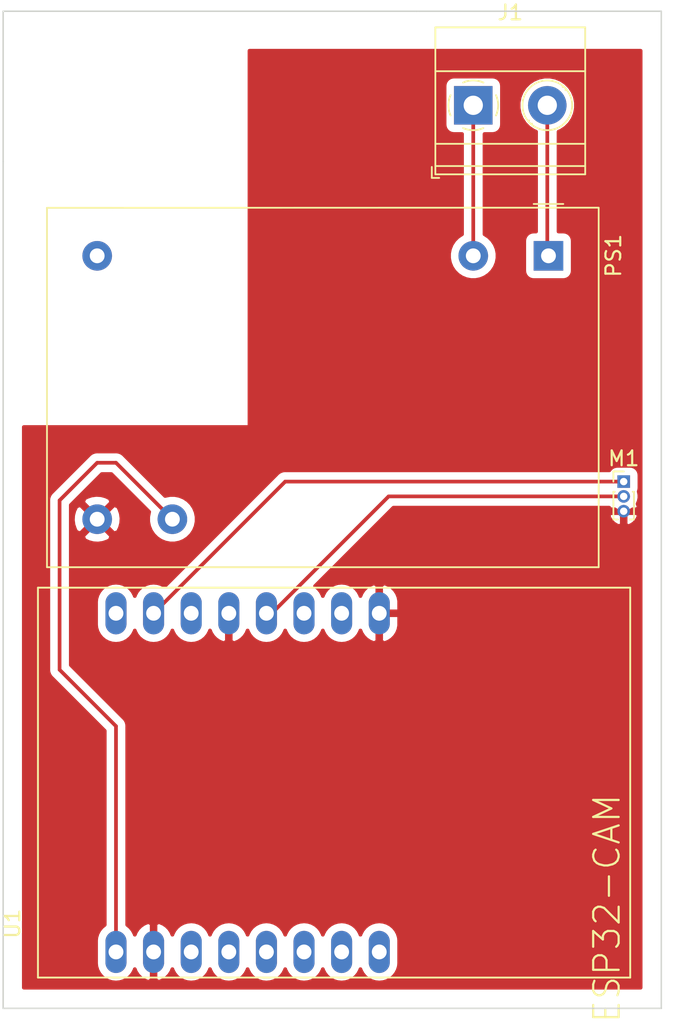
<source format=kicad_pcb>
(kicad_pcb (version 20171130) (host pcbnew "(5.1.10)-1")

  (general
    (thickness 1.6)
    (drawings 6)
    (tracks 14)
    (zones 0)
    (modules 4)
    (nets 18)
  )

  (page User 216.002 140.005)
  (layers
    (0 F.Cu signal)
    (31 B.Cu signal)
    (32 B.Adhes user)
    (33 F.Adhes user)
    (34 B.Paste user)
    (35 F.Paste user)
    (36 B.SilkS user)
    (37 F.SilkS user)
    (38 B.Mask user)
    (39 F.Mask user)
    (40 Dwgs.User user)
    (41 Cmts.User user)
    (42 Eco1.User user)
    (43 Eco2.User user)
    (44 Edge.Cuts user)
    (45 Margin user)
    (46 B.CrtYd user)
    (47 F.CrtYd user)
    (48 B.Fab user)
    (49 F.Fab user)
  )

  (setup
    (last_trace_width 0.25)
    (trace_clearance 0.2)
    (zone_clearance 0.508)
    (zone_45_only no)
    (trace_min 0.2)
    (via_size 0.8)
    (via_drill 0.4)
    (via_min_size 0.4)
    (via_min_drill 0.3)
    (uvia_size 0.3)
    (uvia_drill 0.1)
    (uvias_allowed no)
    (uvia_min_size 0.2)
    (uvia_min_drill 0.1)
    (edge_width 0.05)
    (segment_width 0.2)
    (pcb_text_width 0.3)
    (pcb_text_size 1.5 1.5)
    (mod_edge_width 0.12)
    (mod_text_size 1 1)
    (mod_text_width 0.15)
    (pad_size 1.524 1.524)
    (pad_drill 0.762)
    (pad_to_mask_clearance 0)
    (aux_axis_origin 0 0)
    (visible_elements 7FFFFFFF)
    (pcbplotparams
      (layerselection 0x010fc_ffffffff)
      (usegerberextensions false)
      (usegerberattributes true)
      (usegerberadvancedattributes true)
      (creategerberjobfile true)
      (excludeedgelayer true)
      (linewidth 0.100000)
      (plotframeref false)
      (viasonmask false)
      (mode 1)
      (useauxorigin false)
      (hpglpennumber 1)
      (hpglpenspeed 20)
      (hpglpendiameter 15.000000)
      (psnegative false)
      (psa4output false)
      (plotreference true)
      (plotvalue true)
      (plotinvisibletext false)
      (padsonsilk false)
      (subtractmaskfromsilk false)
      (outputformat 1)
      (mirror false)
      (drillshape 1)
      (scaleselection 1)
      (outputdirectory ""))
  )

  (net 0 "")
  (net 1 "Net-(J1-Pad2)")
  (net 2 "Net-(J1-Pad1)")
  (net 3 "Net-(M1-Pad2)")
  (net 4 "Net-(M1-Pad1)")
  (net 5 "Net-(PS1-Pad3)")
  (net 6 GND)
  (net 7 "Net-(U1-PadP$16)")
  (net 8 "Net-(U1-PadP$14)")
  (net 9 "Net-(U1-PadP$11)")
  (net 10 "Net-(U1-PadP$10)")
  (net 11 "Net-(U1-PadP$8)")
  (net 12 "Net-(U1-PadP$7)")
  (net 13 "Net-(U1-PadP$6)")
  (net 14 "Net-(U1-PadP$5)")
  (net 15 "Net-(U1-PadP$4)")
  (net 16 "Net-(PS1-Pad5)")
  (net 17 "Net-(U1-PadP$3)")

  (net_class Default "This is the default net class."
    (clearance 0.2)
    (trace_width 0.25)
    (via_dia 0.8)
    (via_drill 0.4)
    (uvia_dia 0.3)
    (uvia_drill 0.1)
    (add_net GND)
    (add_net "Net-(J1-Pad1)")
    (add_net "Net-(J1-Pad2)")
    (add_net "Net-(M1-Pad1)")
    (add_net "Net-(M1-Pad2)")
    (add_net "Net-(PS1-Pad3)")
    (add_net "Net-(PS1-Pad5)")
    (add_net "Net-(U1-PadP$10)")
    (add_net "Net-(U1-PadP$11)")
    (add_net "Net-(U1-PadP$14)")
    (add_net "Net-(U1-PadP$16)")
    (add_net "Net-(U1-PadP$3)")
    (add_net "Net-(U1-PadP$4)")
    (add_net "Net-(U1-PadP$5)")
    (add_net "Net-(U1-PadP$6)")
    (add_net "Net-(U1-PadP$7)")
    (add_net "Net-(U1-PadP$8)")
  )

  (module "ESP32-CAM lib:ESP32-CAM" (layer F.Cu) (tedit 62459733) (tstamp 62465587)
    (at 100.33 77.47 90)
    (path /624686A7)
    (fp_text reference U1 (at -9.525 -17.145 90) (layer F.SilkS)
      (effects (font (size 1 1) (thickness 0.15)))
    )
    (fp_text value ESP32-CAM (at 0 0 90) (layer F.Fab)
      (effects (font (size 0.787402 0.787402) (thickness 0.15)))
    )
    (fp_line (start 13.16 24.57) (end -13.16 24.57) (layer F.SilkS) (width 0.127))
    (fp_line (start 13.16 -15.43) (end 13.16 24.57) (layer F.SilkS) (width 0.127))
    (fp_line (start -13.16 -15.43) (end 13.16 -15.43) (layer F.SilkS) (width 0.127))
    (fp_line (start -13.16 24.57) (end -13.16 -15.43) (layer F.SilkS) (width 0.127))
    (fp_text user ESP32-CAM (at -8.5 23 90) (layer F.SilkS)
      (effects (font (size 1.72 1.72) (thickness 0.15)))
    )
    (pad P$16 thru_hole oval (at 11.43 -10.16 90) (size 2.8448 1.4224) (drill 1) (layers *.Cu *.Mask)
      (net 7 "Net-(U1-PadP$16)"))
    (pad P$15 thru_hole oval (at 11.43 -7.62 90) (size 2.8448 1.4224) (drill 1) (layers *.Cu *.Mask)
      (net 4 "Net-(M1-Pad1)"))
    (pad P$14 thru_hole oval (at 11.43 -5.08 90) (size 2.8448 1.4224) (drill 1) (layers *.Cu *.Mask)
      (net 8 "Net-(U1-PadP$14)"))
    (pad P$13 thru_hole oval (at 11.43 -2.54 90) (size 2.8448 1.4224) (drill 1) (layers *.Cu *.Mask)
      (net 6 GND))
    (pad P$12 thru_hole oval (at 11.43 0 90) (size 2.8448 1.4224) (drill 1) (layers *.Cu *.Mask)
      (net 3 "Net-(M1-Pad2)"))
    (pad P$11 thru_hole oval (at 11.43 2.54 90) (size 2.8448 1.4224) (drill 1) (layers *.Cu *.Mask)
      (net 9 "Net-(U1-PadP$11)"))
    (pad P$10 thru_hole oval (at 11.43 5.08 90) (size 2.8448 1.4224) (drill 1) (layers *.Cu *.Mask)
      (net 10 "Net-(U1-PadP$10)"))
    (pad P$9 thru_hole oval (at 11.43 7.62 90) (size 2.8448 1.4224) (drill 1) (layers *.Cu *.Mask)
      (net 6 GND))
    (pad P$8 thru_hole oval (at -11.43 7.62 90) (size 2.8448 1.4224) (drill 1) (layers *.Cu *.Mask)
      (net 11 "Net-(U1-PadP$8)"))
    (pad P$7 thru_hole oval (at -11.43 5.08 90) (size 2.8448 1.4224) (drill 1) (layers *.Cu *.Mask)
      (net 12 "Net-(U1-PadP$7)"))
    (pad P$6 thru_hole oval (at -11.43 2.54 90) (size 2.8448 1.4224) (drill 1) (layers *.Cu *.Mask)
      (net 13 "Net-(U1-PadP$6)"))
    (pad P$5 thru_hole oval (at -11.43 0 90) (size 2.8448 1.4224) (drill 1) (layers *.Cu *.Mask)
      (net 14 "Net-(U1-PadP$5)"))
    (pad P$4 thru_hole oval (at -11.43 -2.54 90) (size 2.8448 1.4224) (drill 1) (layers *.Cu *.Mask)
      (net 15 "Net-(U1-PadP$4)"))
    (pad P$3 thru_hole oval (at -11.43 -5.08 90) (size 2.8448 1.4224) (drill 1) (layers *.Cu *.Mask)
      (net 17 "Net-(U1-PadP$3)"))
    (pad P$2 thru_hole oval (at -11.43 -7.62 90) (size 2.8448 1.4224) (drill 1) (layers *.Cu *.Mask)
      (net 6 GND))
    (pad P$1 thru_hole oval (at -11.43 -10.16 90) (size 2.8448 1.4224) (drill 1) (layers *.Cu *.Mask)
      (net 16 "Net-(PS1-Pad5)"))
  )

  (module Converter_ACDC:Converter_ACDC_RECOM_RAC04-xxSGx_THT (layer F.Cu) (tedit 5BA95E5A) (tstamp 6245D649)
    (at 119.38 41.91 270)
    (descr https://www.recom-power.com/pdf/Powerline-AC-DC/RAC04-GA.pdf)
    (tags "recom power ac dc")
    (path /62462064)
    (fp_text reference PS1 (at -0.01 -4.39 270) (layer F.SilkS)
      (effects (font (size 1 1) (thickness 0.15)))
    )
    (fp_text value RAC04-05SGB (at 15 15 180) (layer F.Fab)
      (effects (font (size 1 1) (thickness 0.15)))
    )
    (fp_line (start -3.11 -1) (end -3.11 -3.26) (layer F.Fab) (width 0.1))
    (fp_line (start -3.11 -1) (end -2.11 0) (layer F.Fab) (width 0.1))
    (fp_line (start -3.11 1) (end -2.11 0) (layer F.Fab) (width 0.1))
    (fp_line (start -3.5 1) (end -3.5 -1) (layer F.SilkS) (width 0.12))
    (fp_line (start 5.08 29.21) (end 1.27 25.4) (layer Dwgs.User) (width 0.05))
    (fp_line (start 5.08 31.75) (end -1.27 25.4) (layer Dwgs.User) (width 0.05))
    (fp_line (start 5.08 33.02) (end -2.54 25.4) (layer Dwgs.User) (width 0.05))
    (fp_line (start 5.08 27.94) (end 2.54 25.4) (layer Dwgs.User) (width 0.05))
    (fp_line (start 5.08 26.67) (end 3.81 25.4) (layer Dwgs.User) (width 0.05))
    (fp_line (start 5.08 30.48) (end 0 25.4) (layer Dwgs.User) (width 0.05))
    (fp_line (start 5.08 34.29) (end -3.81 25.4) (layer Dwgs.User) (width 0.05))
    (fp_line (start -5.08 31.75) (end -1.27 35.56) (layer Dwgs.User) (width 0.05))
    (fp_line (start -5.08 29.21) (end 1.27 35.56) (layer Dwgs.User) (width 0.05))
    (fp_line (start -5.08 26.67) (end 3.81 35.56) (layer Dwgs.User) (width 0.05))
    (fp_line (start -5.08 25.4) (end 5.08 35.56) (layer Dwgs.User) (width 0.05))
    (fp_line (start -5.08 27.94) (end 2.54 35.56) (layer Dwgs.User) (width 0.05))
    (fp_line (start -5.08 30.48) (end 0 35.56) (layer Dwgs.User) (width 0.05))
    (fp_line (start -5.08 33.02) (end -2.54 35.56) (layer Dwgs.User) (width 0.05))
    (fp_line (start -5.08 34.29) (end -3.81 35.56) (layer Dwgs.User) (width 0.05))
    (fp_line (start -5.08 25.4) (end 5.08 25.4) (layer Dwgs.User) (width 0.05))
    (fp_line (start -5.08 35.56) (end -5.08 25.4) (layer Dwgs.User) (width 0.05))
    (fp_line (start 5.08 35.56) (end -5.08 35.56) (layer Dwgs.User) (width 0.05))
    (fp_line (start 5.08 25.4) (end 5.08 35.56) (layer Dwgs.User) (width 0.05))
    (fp_line (start -3.11 33.74) (end -3.11 1) (layer F.Fab) (width 0.1))
    (fp_line (start -3.11 33.74) (end 20.89 33.74) (layer F.Fab) (width 0.1))
    (fp_line (start -3.11 -3.26) (end 20.89 -3.26) (layer F.Fab) (width 0.1))
    (fp_line (start 20.89 -3.26) (end 20.89 33.74) (layer F.Fab) (width 0.1))
    (fp_line (start -3.36 -3.51) (end -3.36 33.99) (layer F.CrtYd) (width 0.05))
    (fp_line (start -3.36 -3.51) (end 21.14 -3.51) (layer F.CrtYd) (width 0.05))
    (fp_line (start 21.14 -3.51) (end 21.14 33.99) (layer F.CrtYd) (width 0.05))
    (fp_line (start 21.14 33.99) (end -3.36 33.99) (layer F.CrtYd) (width 0.05))
    (fp_line (start -3.24 33.87) (end 21.02 33.87) (layer F.SilkS) (width 0.12))
    (fp_line (start 21.02 -3.39) (end 21.02 33.87) (layer F.SilkS) (width 0.12))
    (fp_line (start -3.24 -3.39) (end 21.02 -3.39) (layer F.SilkS) (width 0.12))
    (fp_line (start -3.24 33.87) (end -3.25 -3.39) (layer F.SilkS) (width 0.12))
    (fp_text user "KEEP-OUT ZONE" (at -4.26 30.48) (layer Cmts.User)
      (effects (font (size 0.75 0.75) (thickness 0.15)))
    )
    (fp_text user %R (at 9 15) (layer F.Fab)
      (effects (font (size 2 2) (thickness 0.2)))
    )
    (pad 5 thru_hole circle (at 17.78 25.4) (size 2 2) (drill 1) (layers *.Cu *.Mask)
      (net 16 "Net-(PS1-Pad5)"))
    (pad 3 thru_hole circle (at 0 30.48 90) (size 2 2) (drill 1) (layers *.Cu *.Mask)
      (net 5 "Net-(PS1-Pad3)"))
    (pad 4 thru_hole circle (at 17.78 30.48) (size 2 2) (drill 1) (layers *.Cu *.Mask)
      (net 6 GND))
    (pad 2 thru_hole circle (at 0 5.08) (size 2 2) (drill 1) (layers *.Cu *.Mask)
      (net 2 "Net-(J1-Pad1)"))
    (pad 1 thru_hole rect (at 0 0) (size 2 2) (drill 1) (layers *.Cu *.Mask)
      (net 1 "Net-(J1-Pad2)"))
    (model ${KISYS3DMOD}/Converter_ACDC.3dshapes/Converter_ACDC_RECOM_RAC04-xxSGx_THT.wrl
      (at (xyz 0 0 0))
      (scale (xyz 1 1 1))
      (rotate (xyz 0 0 0))
    )
  )

  (module Connector_PinHeader_1.00mm:PinHeader_1x03_P1.00mm_Vertical (layer F.Cu) (tedit 59FED738) (tstamp 62465558)
    (at 124.46 57.15)
    (descr "Through hole straight pin header, 1x03, 1.00mm pitch, single row")
    (tags "Through hole pin header THT 1x03 1.00mm single row")
    (path /6245E282)
    (fp_text reference M1 (at 0 -1.56) (layer F.SilkS)
      (effects (font (size 1 1) (thickness 0.15)))
    )
    (fp_text value Motor_Servo (at 0 3.56) (layer F.Fab)
      (effects (font (size 1 1) (thickness 0.15)))
    )
    (fp_line (start 1.15 -1) (end -1.15 -1) (layer F.CrtYd) (width 0.05))
    (fp_line (start 1.15 3) (end 1.15 -1) (layer F.CrtYd) (width 0.05))
    (fp_line (start -1.15 3) (end 1.15 3) (layer F.CrtYd) (width 0.05))
    (fp_line (start -1.15 -1) (end -1.15 3) (layer F.CrtYd) (width 0.05))
    (fp_line (start -0.695 -0.685) (end 0 -0.685) (layer F.SilkS) (width 0.12))
    (fp_line (start -0.695 0) (end -0.695 -0.685) (layer F.SilkS) (width 0.12))
    (fp_line (start 0.608276 0.685) (end 0.695 0.685) (layer F.SilkS) (width 0.12))
    (fp_line (start -0.695 0.685) (end -0.608276 0.685) (layer F.SilkS) (width 0.12))
    (fp_line (start 0.695 0.685) (end 0.695 2.56) (layer F.SilkS) (width 0.12))
    (fp_line (start -0.695 0.685) (end -0.695 2.56) (layer F.SilkS) (width 0.12))
    (fp_line (start 0.394493 2.56) (end 0.695 2.56) (layer F.SilkS) (width 0.12))
    (fp_line (start -0.695 2.56) (end -0.394493 2.56) (layer F.SilkS) (width 0.12))
    (fp_line (start -0.635 -0.1825) (end -0.3175 -0.5) (layer F.Fab) (width 0.1))
    (fp_line (start -0.635 2.5) (end -0.635 -0.1825) (layer F.Fab) (width 0.1))
    (fp_line (start 0.635 2.5) (end -0.635 2.5) (layer F.Fab) (width 0.1))
    (fp_line (start 0.635 -0.5) (end 0.635 2.5) (layer F.Fab) (width 0.1))
    (fp_line (start -0.3175 -0.5) (end 0.635 -0.5) (layer F.Fab) (width 0.1))
    (fp_text user %R (at -1.27 3.81 90) (layer F.Fab)
      (effects (font (size 0.76 0.76) (thickness 0.114)))
    )
    (pad 3 thru_hole oval (at 0 2) (size 0.85 0.85) (drill 0.5) (layers *.Cu *.Mask)
      (net 6 GND))
    (pad 2 thru_hole oval (at 0 1) (size 0.85 0.85) (drill 0.5) (layers *.Cu *.Mask)
      (net 3 "Net-(M1-Pad2)"))
    (pad 1 thru_hole rect (at 0 0) (size 0.85 0.85) (drill 0.5) (layers *.Cu *.Mask)
      (net 4 "Net-(M1-Pad1)"))
    (model ${KISYS3DMOD}/Connector_PinHeader_1.00mm.3dshapes/PinHeader_1x03_P1.00mm_Vertical.wrl
      (at (xyz 0 0 0))
      (scale (xyz 1 1 1))
      (rotate (xyz 0 0 0))
    )
  )

  (module TerminalBlock_Phoenix:TerminalBlock_Phoenix_MKDS-1,5-2_1x02_P5.00mm_Horizontal (layer F.Cu) (tedit 5B294EE5) (tstamp 6246553F)
    (at 114.3 31.75)
    (descr "Terminal Block Phoenix MKDS-1,5-2, 2 pins, pitch 5mm, size 10x9.8mm^2, drill diamater 1.3mm, pad diameter 2.6mm, see http://www.farnell.com/datasheets/100425.pdf, script-generated using https://github.com/pointhi/kicad-footprint-generator/scripts/TerminalBlock_Phoenix")
    (tags "THT Terminal Block Phoenix MKDS-1,5-2 pitch 5mm size 10x9.8mm^2 drill 1.3mm pad 2.6mm")
    (path /6246DA2A)
    (fp_text reference J1 (at 2.5 -6.26) (layer F.SilkS)
      (effects (font (size 1 1) (thickness 0.15)))
    )
    (fp_text value Screw_Terminal_01x02 (at 2.5 5.66) (layer F.Fab)
      (effects (font (size 1 1) (thickness 0.15)))
    )
    (fp_line (start 8 -5.71) (end -3 -5.71) (layer F.CrtYd) (width 0.05))
    (fp_line (start 8 5.1) (end 8 -5.71) (layer F.CrtYd) (width 0.05))
    (fp_line (start -3 5.1) (end 8 5.1) (layer F.CrtYd) (width 0.05))
    (fp_line (start -3 -5.71) (end -3 5.1) (layer F.CrtYd) (width 0.05))
    (fp_line (start -2.8 4.9) (end -2.3 4.9) (layer F.SilkS) (width 0.12))
    (fp_line (start -2.8 4.16) (end -2.8 4.9) (layer F.SilkS) (width 0.12))
    (fp_line (start 3.773 1.023) (end 3.726 1.069) (layer F.SilkS) (width 0.12))
    (fp_line (start 6.07 -1.275) (end 6.035 -1.239) (layer F.SilkS) (width 0.12))
    (fp_line (start 3.966 1.239) (end 3.931 1.274) (layer F.SilkS) (width 0.12))
    (fp_line (start 6.275 -1.069) (end 6.228 -1.023) (layer F.SilkS) (width 0.12))
    (fp_line (start 5.955 -1.138) (end 3.863 0.955) (layer F.Fab) (width 0.1))
    (fp_line (start 6.138 -0.955) (end 4.046 1.138) (layer F.Fab) (width 0.1))
    (fp_line (start 0.955 -1.138) (end -1.138 0.955) (layer F.Fab) (width 0.1))
    (fp_line (start 1.138 -0.955) (end -0.955 1.138) (layer F.Fab) (width 0.1))
    (fp_line (start 7.56 -5.261) (end 7.56 4.66) (layer F.SilkS) (width 0.12))
    (fp_line (start -2.56 -5.261) (end -2.56 4.66) (layer F.SilkS) (width 0.12))
    (fp_line (start -2.56 4.66) (end 7.56 4.66) (layer F.SilkS) (width 0.12))
    (fp_line (start -2.56 -5.261) (end 7.56 -5.261) (layer F.SilkS) (width 0.12))
    (fp_line (start -2.56 -2.301) (end 7.56 -2.301) (layer F.SilkS) (width 0.12))
    (fp_line (start -2.5 -2.3) (end 7.5 -2.3) (layer F.Fab) (width 0.1))
    (fp_line (start -2.56 2.6) (end 7.56 2.6) (layer F.SilkS) (width 0.12))
    (fp_line (start -2.5 2.6) (end 7.5 2.6) (layer F.Fab) (width 0.1))
    (fp_line (start -2.56 4.1) (end 7.56 4.1) (layer F.SilkS) (width 0.12))
    (fp_line (start -2.5 4.1) (end 7.5 4.1) (layer F.Fab) (width 0.1))
    (fp_line (start -2.5 4.1) (end -2.5 -5.2) (layer F.Fab) (width 0.1))
    (fp_line (start -2 4.6) (end -2.5 4.1) (layer F.Fab) (width 0.1))
    (fp_line (start 7.5 4.6) (end -2 4.6) (layer F.Fab) (width 0.1))
    (fp_line (start 7.5 -5.2) (end 7.5 4.6) (layer F.Fab) (width 0.1))
    (fp_line (start -2.5 -5.2) (end 7.5 -5.2) (layer F.Fab) (width 0.1))
    (fp_circle (center 5 0) (end 6.68 0) (layer F.SilkS) (width 0.12))
    (fp_circle (center 5 0) (end 6.5 0) (layer F.Fab) (width 0.1))
    (fp_circle (center 0 0) (end 1.5 0) (layer F.Fab) (width 0.1))
    (fp_text user %R (at 2.5 3.2) (layer F.Fab)
      (effects (font (size 1 1) (thickness 0.15)))
    )
    (fp_arc (start 0 0) (end -0.684 1.535) (angle -25) (layer F.SilkS) (width 0.12))
    (fp_arc (start 0 0) (end -1.535 -0.684) (angle -48) (layer F.SilkS) (width 0.12))
    (fp_arc (start 0 0) (end 0.684 -1.535) (angle -48) (layer F.SilkS) (width 0.12))
    (fp_arc (start 0 0) (end 1.535 0.684) (angle -48) (layer F.SilkS) (width 0.12))
    (fp_arc (start 0 0) (end 0 1.68) (angle -24) (layer F.SilkS) (width 0.12))
    (pad 2 thru_hole circle (at 5 0) (size 2.6 2.6) (drill 1.3) (layers *.Cu *.Mask)
      (net 1 "Net-(J1-Pad2)"))
    (pad 1 thru_hole rect (at 0 0) (size 2.6 2.6) (drill 1.3) (layers *.Cu *.Mask)
      (net 2 "Net-(J1-Pad1)"))
    (model ${KISYS3DMOD}/TerminalBlock_Phoenix.3dshapes/TerminalBlock_Phoenix_MKDS-1,5-2_1x02_P5.00mm_Horizontal.wrl
      (at (xyz 0 0 0))
      (scale (xyz 1 1 1))
      (rotate (xyz 0 0 0))
    )
  )

  (gr_line (start 127 25.4) (end 127 92.71) (layer Edge.Cuts) (width 0.1))
  (gr_line (start 110.49 25.4) (end 127 25.4) (layer Edge.Cuts) (width 0.1))
  (gr_line (start 82.55 35.56) (end 82.55 25.4) (layer Edge.Cuts) (width 0.1))
  (gr_line (start 82.55 25.4) (end 110.49 25.4) (layer Edge.Cuts) (width 0.1))
  (gr_line (start 82.55 92.71) (end 82.55 35.56) (layer Edge.Cuts) (width 0.1))
  (gr_line (start 127 92.71) (end 82.55 92.71) (layer Edge.Cuts) (width 0.1))

  (segment (start 119.3 41.83) (end 119.38 41.91) (width 0.25) (layer F.Cu) (net 1))
  (segment (start 119.3 31.75) (end 119.3 41.83) (width 0.25) (layer F.Cu) (net 1))
  (segment (start 114.3 41.91) (end 114.3 31.75) (width 0.25) (layer F.Cu) (net 2))
  (segment (start 100.693378 66.04) (end 100.33 66.04) (width 0.25) (layer F.Cu) (net 3))
  (segment (start 108.583378 58.15) (end 100.693378 66.04) (width 0.25) (layer F.Cu) (net 3))
  (segment (start 124.46 58.15) (end 108.583378 58.15) (width 0.25) (layer F.Cu) (net 3))
  (segment (start 101.6 57.15) (end 92.71 66.04) (width 0.25) (layer F.Cu) (net 4))
  (segment (start 124.46 57.15) (end 101.6 57.15) (width 0.25) (layer F.Cu) (net 4))
  (segment (start 90.17 55.88) (end 93.98 59.69) (width 0.25) (layer F.Cu) (net 16))
  (segment (start 88.9 55.88) (end 90.17 55.88) (width 0.25) (layer F.Cu) (net 16))
  (segment (start 86.36 58.42) (end 88.9 55.88) (width 0.25) (layer F.Cu) (net 16))
  (segment (start 86.36 69.85) (end 86.36 58.42) (width 0.25) (layer F.Cu) (net 16))
  (segment (start 90.17 73.66) (end 86.36 69.85) (width 0.25) (layer F.Cu) (net 16))
  (segment (start 90.17 88.9) (end 90.17 73.66) (width 0.25) (layer F.Cu) (net 16))

  (zone (net 0) (net_name "") (layer F.Cu) (tstamp 0) (hatch edge 0.508)
    (connect_pads (clearance 0.508))
    (min_thickness 0.254)
    (keepout (tracks not_allowed) (vias not_allowed) (copperpour not_allowed))
    (fill (arc_segments 32) (thermal_gap 0.508) (thermal_bridge_width 0.508))
    (polygon
      (pts
        (xy 101.6 66.04) (xy 92.71 66.04) (xy 101.6 57.15) (xy 110.49 57.15)
      )
    )
  )
  (zone (net 6) (net_name GND) (layer F.Cu) (tstamp 0) (hatch edge 0.508)
    (connect_pads (clearance 0.508))
    (min_thickness 0.254)
    (fill yes (arc_segments 32) (thermal_gap 0.508) (thermal_bridge_width 0.508))
    (polygon
      (pts
        (xy 125.73 91.44) (xy 83.82 91.44) (xy 83.82 53.34) (xy 99.06 53.34) (xy 99.06 27.94)
        (xy 125.73 27.94)
      )
    )
    (filled_polygon
      (pts
        (xy 125.603 91.313) (xy 83.947 91.313) (xy 83.947 58.42) (xy 85.596324 58.42) (xy 85.600001 58.457332)
        (xy 85.6 69.812678) (xy 85.596324 69.85) (xy 85.6 69.887322) (xy 85.6 69.887332) (xy 85.610997 69.998985)
        (xy 85.654454 70.142246) (xy 85.725026 70.274276) (xy 85.764871 70.322826) (xy 85.819999 70.390001) (xy 85.849003 70.413804)
        (xy 89.410001 73.974803) (xy 89.41 87.071014) (xy 89.213487 87.232288) (xy 89.04526 87.437274) (xy 88.920256 87.67114)
        (xy 88.843279 87.9249) (xy 88.8238 88.122673) (xy 88.8238 89.677328) (xy 88.843279 89.875101) (xy 88.920257 90.128861)
        (xy 89.045261 90.362727) (xy 89.213488 90.567713) (xy 89.418474 90.73594) (xy 89.65234 90.860944) (xy 89.9061 90.937921)
        (xy 90.17 90.963913) (xy 90.433901 90.937921) (xy 90.687661 90.860944) (xy 90.921527 90.73594) (xy 91.126513 90.567713)
        (xy 91.29474 90.362727) (xy 91.419744 90.128861) (xy 91.440221 90.061356) (xy 91.514874 90.243701) (xy 91.661233 90.464705)
        (xy 91.847895 90.652909) (xy 92.067687 90.801081) (xy 92.312163 90.903527) (xy 92.374911 90.915029) (xy 92.583 90.791839)
        (xy 92.583 89.027) (xy 92.563 89.027) (xy 92.563 88.773) (xy 92.583 88.773) (xy 92.583 87.008161)
        (xy 92.837 87.008161) (xy 92.837 88.773) (xy 92.857 88.773) (xy 92.857 89.027) (xy 92.837 89.027)
        (xy 92.837 90.791839) (xy 93.045089 90.915029) (xy 93.107837 90.903527) (xy 93.352313 90.801081) (xy 93.572105 90.652909)
        (xy 93.758767 90.464705) (xy 93.905126 90.243701) (xy 93.979779 90.061356) (xy 94.000257 90.128861) (xy 94.125261 90.362727)
        (xy 94.293488 90.567713) (xy 94.498474 90.73594) (xy 94.73234 90.860944) (xy 94.9861 90.937921) (xy 95.25 90.963913)
        (xy 95.513901 90.937921) (xy 95.767661 90.860944) (xy 96.001527 90.73594) (xy 96.206513 90.567713) (xy 96.37474 90.362727)
        (xy 96.499744 90.128861) (xy 96.52 90.062084) (xy 96.540257 90.128861) (xy 96.665261 90.362727) (xy 96.833488 90.567713)
        (xy 97.038474 90.73594) (xy 97.27234 90.860944) (xy 97.5261 90.937921) (xy 97.79 90.963913) (xy 98.053901 90.937921)
        (xy 98.307661 90.860944) (xy 98.541527 90.73594) (xy 98.746513 90.567713) (xy 98.91474 90.362727) (xy 99.039744 90.128861)
        (xy 99.06 90.062084) (xy 99.080257 90.128861) (xy 99.205261 90.362727) (xy 99.373488 90.567713) (xy 99.578474 90.73594)
        (xy 99.81234 90.860944) (xy 100.0661 90.937921) (xy 100.33 90.963913) (xy 100.593901 90.937921) (xy 100.847661 90.860944)
        (xy 101.081527 90.73594) (xy 101.286513 90.567713) (xy 101.45474 90.362727) (xy 101.579744 90.128861) (xy 101.6 90.062084)
        (xy 101.620257 90.128861) (xy 101.745261 90.362727) (xy 101.913488 90.567713) (xy 102.118474 90.73594) (xy 102.35234 90.860944)
        (xy 102.6061 90.937921) (xy 102.87 90.963913) (xy 103.133901 90.937921) (xy 103.387661 90.860944) (xy 103.621527 90.73594)
        (xy 103.826513 90.567713) (xy 103.99474 90.362727) (xy 104.119744 90.128861) (xy 104.14 90.062084) (xy 104.160257 90.128861)
        (xy 104.285261 90.362727) (xy 104.453488 90.567713) (xy 104.658474 90.73594) (xy 104.89234 90.860944) (xy 105.1461 90.937921)
        (xy 105.41 90.963913) (xy 105.673901 90.937921) (xy 105.927661 90.860944) (xy 106.161527 90.73594) (xy 106.366513 90.567713)
        (xy 106.53474 90.362727) (xy 106.659744 90.128861) (xy 106.68 90.062084) (xy 106.700257 90.128861) (xy 106.825261 90.362727)
        (xy 106.993488 90.567713) (xy 107.198474 90.73594) (xy 107.43234 90.860944) (xy 107.6861 90.937921) (xy 107.95 90.963913)
        (xy 108.213901 90.937921) (xy 108.467661 90.860944) (xy 108.701527 90.73594) (xy 108.906513 90.567713) (xy 109.07474 90.362727)
        (xy 109.199744 90.128861) (xy 109.276721 89.875101) (xy 109.2962 89.677328) (xy 109.2962 88.122672) (xy 109.276721 87.924899)
        (xy 109.199744 87.671139) (xy 109.07474 87.437273) (xy 108.906512 87.232287) (xy 108.701526 87.06406) (xy 108.46766 86.939056)
        (xy 108.2139 86.862079) (xy 107.95 86.836087) (xy 107.686099 86.862079) (xy 107.432339 86.939056) (xy 107.198473 87.06406)
        (xy 106.993487 87.232288) (xy 106.82526 87.437274) (xy 106.700256 87.67114) (xy 106.68 87.737915) (xy 106.659744 87.671139)
        (xy 106.53474 87.437273) (xy 106.366512 87.232287) (xy 106.161526 87.06406) (xy 105.92766 86.939056) (xy 105.6739 86.862079)
        (xy 105.41 86.836087) (xy 105.146099 86.862079) (xy 104.892339 86.939056) (xy 104.658473 87.06406) (xy 104.453487 87.232288)
        (xy 104.28526 87.437274) (xy 104.160256 87.67114) (xy 104.14 87.737915) (xy 104.119744 87.671139) (xy 103.99474 87.437273)
        (xy 103.826512 87.232287) (xy 103.621526 87.06406) (xy 103.38766 86.939056) (xy 103.1339 86.862079) (xy 102.87 86.836087)
        (xy 102.606099 86.862079) (xy 102.352339 86.939056) (xy 102.118473 87.06406) (xy 101.913487 87.232288) (xy 101.74526 87.437274)
        (xy 101.620256 87.67114) (xy 101.6 87.737915) (xy 101.579744 87.671139) (xy 101.45474 87.437273) (xy 101.286512 87.232287)
        (xy 101.081526 87.06406) (xy 100.84766 86.939056) (xy 100.5939 86.862079) (xy 100.33 86.836087) (xy 100.066099 86.862079)
        (xy 99.812339 86.939056) (xy 99.578473 87.06406) (xy 99.373487 87.232288) (xy 99.20526 87.437274) (xy 99.080256 87.67114)
        (xy 99.06 87.737915) (xy 99.039744 87.671139) (xy 98.91474 87.437273) (xy 98.746512 87.232287) (xy 98.541526 87.06406)
        (xy 98.30766 86.939056) (xy 98.0539 86.862079) (xy 97.79 86.836087) (xy 97.526099 86.862079) (xy 97.272339 86.939056)
        (xy 97.038473 87.06406) (xy 96.833487 87.232288) (xy 96.66526 87.437274) (xy 96.540256 87.67114) (xy 96.52 87.737915)
        (xy 96.499744 87.671139) (xy 96.37474 87.437273) (xy 96.206512 87.232287) (xy 96.001526 87.06406) (xy 95.76766 86.939056)
        (xy 95.5139 86.862079) (xy 95.25 86.836087) (xy 94.986099 86.862079) (xy 94.732339 86.939056) (xy 94.498473 87.06406)
        (xy 94.293487 87.232288) (xy 94.12526 87.437274) (xy 94.000256 87.67114) (xy 93.979779 87.738644) (xy 93.905126 87.556299)
        (xy 93.758767 87.335295) (xy 93.572105 87.147091) (xy 93.352313 86.998919) (xy 93.107837 86.896473) (xy 93.045089 86.884971)
        (xy 92.837 87.008161) (xy 92.583 87.008161) (xy 92.374911 86.884971) (xy 92.312163 86.896473) (xy 92.067687 86.998919)
        (xy 91.847895 87.147091) (xy 91.661233 87.335295) (xy 91.514874 87.556299) (xy 91.440221 87.738644) (xy 91.419744 87.671139)
        (xy 91.29474 87.437273) (xy 91.126512 87.232287) (xy 90.93 87.071014) (xy 90.93 73.697325) (xy 90.933676 73.66)
        (xy 90.93 73.622675) (xy 90.93 73.622667) (xy 90.919003 73.511014) (xy 90.875546 73.367753) (xy 90.804974 73.235724)
        (xy 90.710001 73.119999) (xy 90.681003 73.096201) (xy 87.12 69.535199) (xy 87.12 65.262673) (xy 88.8238 65.262673)
        (xy 88.8238 66.817328) (xy 88.843279 67.015101) (xy 88.920257 67.268861) (xy 89.045261 67.502727) (xy 89.213488 67.707713)
        (xy 89.418474 67.87594) (xy 89.65234 68.000944) (xy 89.9061 68.077921) (xy 90.17 68.103913) (xy 90.433901 68.077921)
        (xy 90.687661 68.000944) (xy 90.921527 67.87594) (xy 91.126513 67.707713) (xy 91.29474 67.502727) (xy 91.419744 67.268861)
        (xy 91.44 67.202084) (xy 91.460257 67.268861) (xy 91.585261 67.502727) (xy 91.753488 67.707713) (xy 91.958474 67.87594)
        (xy 92.19234 68.000944) (xy 92.4461 68.077921) (xy 92.71 68.103913) (xy 92.973901 68.077921) (xy 93.227661 68.000944)
        (xy 93.461527 67.87594) (xy 93.666513 67.707713) (xy 93.83474 67.502727) (xy 93.959744 67.268861) (xy 93.98 67.202084)
        (xy 94.000257 67.268861) (xy 94.125261 67.502727) (xy 94.293488 67.707713) (xy 94.498474 67.87594) (xy 94.73234 68.000944)
        (xy 94.9861 68.077921) (xy 95.25 68.103913) (xy 95.513901 68.077921) (xy 95.767661 68.000944) (xy 96.001527 67.87594)
        (xy 96.206513 67.707713) (xy 96.37474 67.502727) (xy 96.499744 67.268861) (xy 96.520221 67.201356) (xy 96.594874 67.383701)
        (xy 96.741233 67.604705) (xy 96.927895 67.792909) (xy 97.147687 67.941081) (xy 97.392163 68.043527) (xy 97.454911 68.055029)
        (xy 97.663 67.931839) (xy 97.663 66.167) (xy 97.917 66.167) (xy 97.917 67.931839) (xy 98.125089 68.055029)
        (xy 98.187837 68.043527) (xy 98.432313 67.941081) (xy 98.652105 67.792909) (xy 98.838767 67.604705) (xy 98.985126 67.383701)
        (xy 99.059779 67.201356) (xy 99.080257 67.268861) (xy 99.205261 67.502727) (xy 99.373488 67.707713) (xy 99.578474 67.87594)
        (xy 99.81234 68.000944) (xy 100.0661 68.077921) (xy 100.33 68.103913) (xy 100.593901 68.077921) (xy 100.847661 68.000944)
        (xy 101.081527 67.87594) (xy 101.286513 67.707713) (xy 101.45474 67.502727) (xy 101.579744 67.268861) (xy 101.6 67.202084)
        (xy 101.620257 67.268861) (xy 101.745261 67.502727) (xy 101.913488 67.707713) (xy 102.118474 67.87594) (xy 102.35234 68.000944)
        (xy 102.6061 68.077921) (xy 102.87 68.103913) (xy 103.133901 68.077921) (xy 103.387661 68.000944) (xy 103.621527 67.87594)
        (xy 103.826513 67.707713) (xy 103.99474 67.502727) (xy 104.119744 67.268861) (xy 104.14 67.202084) (xy 104.160257 67.268861)
        (xy 104.285261 67.502727) (xy 104.453488 67.707713) (xy 104.658474 67.87594) (xy 104.89234 68.000944) (xy 105.1461 68.077921)
        (xy 105.41 68.103913) (xy 105.673901 68.077921) (xy 105.927661 68.000944) (xy 106.161527 67.87594) (xy 106.366513 67.707713)
        (xy 106.53474 67.502727) (xy 106.659744 67.268861) (xy 106.680221 67.201356) (xy 106.754874 67.383701) (xy 106.901233 67.604705)
        (xy 107.087895 67.792909) (xy 107.307687 67.941081) (xy 107.552163 68.043527) (xy 107.614911 68.055029) (xy 107.823 67.931839)
        (xy 107.823 66.167) (xy 108.077 66.167) (xy 108.077 67.931839) (xy 108.285089 68.055029) (xy 108.347837 68.043527)
        (xy 108.592313 67.941081) (xy 108.812105 67.792909) (xy 108.998767 67.604705) (xy 109.145126 67.383701) (xy 109.245557 67.13839)
        (xy 109.2962 66.8782) (xy 109.2962 66.167) (xy 108.077 66.167) (xy 107.823 66.167) (xy 107.803 66.167)
        (xy 107.803 65.913) (xy 107.823 65.913) (xy 107.823 64.148161) (xy 108.077 64.148161) (xy 108.077 65.913)
        (xy 109.2962 65.913) (xy 109.2962 65.2018) (xy 109.245557 64.94161) (xy 109.145126 64.696299) (xy 108.998767 64.475295)
        (xy 108.812105 64.287091) (xy 108.592313 64.138919) (xy 108.347837 64.036473) (xy 108.285089 64.024971) (xy 108.077 64.148161)
        (xy 107.823 64.148161) (xy 107.614911 64.024971) (xy 107.552163 64.036473) (xy 107.307687 64.138919) (xy 107.087895 64.287091)
        (xy 106.901233 64.475295) (xy 106.754874 64.696299) (xy 106.680221 64.878644) (xy 106.659744 64.811139) (xy 106.53474 64.577273)
        (xy 106.366512 64.372287) (xy 106.161526 64.20406) (xy 105.92766 64.079056) (xy 105.6739 64.002079) (xy 105.41 63.976087)
        (xy 105.146099 64.002079) (xy 104.892339 64.079056) (xy 104.658473 64.20406) (xy 104.453487 64.372288) (xy 104.28526 64.577274)
        (xy 104.160256 64.81114) (xy 104.14 64.877915) (xy 104.119744 64.811139) (xy 103.99474 64.577273) (xy 103.826512 64.372287)
        (xy 103.621526 64.20406) (xy 103.617629 64.201977) (xy 108.379544 59.440062) (xy 123.44046 59.440062) (xy 123.451128 59.47525)
        (xy 123.533966 59.665822) (xy 123.652391 59.836571) (xy 123.801852 59.980936) (xy 123.976606 60.093368) (xy 124.169936 60.169547)
        (xy 124.333 60.043621) (xy 124.333 59.277) (xy 124.587 59.277) (xy 124.587 60.043621) (xy 124.750064 60.169547)
        (xy 124.943394 60.093368) (xy 125.118148 59.980936) (xy 125.267609 59.836571) (xy 125.386034 59.665822) (xy 125.468872 59.47525)
        (xy 125.47954 59.440062) (xy 125.352257 59.277) (xy 124.587 59.277) (xy 124.333 59.277) (xy 123.567743 59.277)
        (xy 123.44046 59.440062) (xy 108.379544 59.440062) (xy 108.909606 58.91) (xy 123.479537 58.91) (xy 123.567743 59.023)
        (xy 123.858587 59.023) (xy 123.957902 59.08936) (xy 124.150809 59.169265) (xy 124.355599 59.21) (xy 124.564401 59.21)
        (xy 124.769191 59.169265) (xy 124.962098 59.08936) (xy 125.061413 59.023) (xy 125.352257 59.023) (xy 125.47954 58.859938)
        (xy 125.468872 58.82475) (xy 125.396006 58.657118) (xy 125.39936 58.652098) (xy 125.479265 58.459191) (xy 125.52 58.254401)
        (xy 125.52 58.045599) (xy 125.479265 57.840809) (xy 125.472138 57.823603) (xy 125.474502 57.81918) (xy 125.510812 57.699482)
        (xy 125.523072 57.575) (xy 125.523072 56.725) (xy 125.510812 56.600518) (xy 125.474502 56.48082) (xy 125.415537 56.370506)
        (xy 125.336185 56.273815) (xy 125.239494 56.194463) (xy 125.12918 56.135498) (xy 125.009482 56.099188) (xy 124.885 56.086928)
        (xy 124.035 56.086928) (xy 123.910518 56.099188) (xy 123.79082 56.135498) (xy 123.680506 56.194463) (xy 123.583815 56.273815)
        (xy 123.504463 56.370506) (xy 123.494043 56.39) (xy 101.637333 56.39) (xy 101.6 56.386323) (xy 101.562667 56.39)
        (xy 101.451014 56.400997) (xy 101.307753 56.444454) (xy 101.175724 56.515026) (xy 101.059999 56.609999) (xy 101.036201 56.638997)
        (xy 93.466806 64.208393) (xy 93.461526 64.20406) (xy 93.22766 64.079056) (xy 92.9739 64.002079) (xy 92.71 63.976087)
        (xy 92.446099 64.002079) (xy 92.192339 64.079056) (xy 91.958473 64.20406) (xy 91.753487 64.372288) (xy 91.58526 64.577274)
        (xy 91.460256 64.81114) (xy 91.44 64.877915) (xy 91.419744 64.811139) (xy 91.29474 64.577273) (xy 91.126512 64.372287)
        (xy 90.921526 64.20406) (xy 90.68766 64.079056) (xy 90.4339 64.002079) (xy 90.17 63.976087) (xy 89.906099 64.002079)
        (xy 89.652339 64.079056) (xy 89.418473 64.20406) (xy 89.213487 64.372288) (xy 89.04526 64.577274) (xy 88.920256 64.81114)
        (xy 88.843279 65.0649) (xy 88.8238 65.262673) (xy 87.12 65.262673) (xy 87.12 60.825413) (xy 87.944192 60.825413)
        (xy 88.039956 61.089814) (xy 88.329571 61.230704) (xy 88.641108 61.312384) (xy 88.962595 61.331718) (xy 89.281675 61.287961)
        (xy 89.586088 61.182795) (xy 89.760044 61.089814) (xy 89.855808 60.825413) (xy 88.9 59.869605) (xy 87.944192 60.825413)
        (xy 87.12 60.825413) (xy 87.12 59.752595) (xy 87.258282 59.752595) (xy 87.302039 60.071675) (xy 87.407205 60.376088)
        (xy 87.500186 60.550044) (xy 87.764587 60.645808) (xy 88.720395 59.69) (xy 89.079605 59.69) (xy 90.035413 60.645808)
        (xy 90.299814 60.550044) (xy 90.440704 60.260429) (xy 90.522384 59.948892) (xy 90.541718 59.627405) (xy 90.497961 59.308325)
        (xy 90.392795 59.003912) (xy 90.299814 58.829956) (xy 90.035413 58.734192) (xy 89.079605 59.69) (xy 88.720395 59.69)
        (xy 87.764587 58.734192) (xy 87.500186 58.829956) (xy 87.359296 59.119571) (xy 87.277616 59.431108) (xy 87.258282 59.752595)
        (xy 87.12 59.752595) (xy 87.12 58.734801) (xy 87.300214 58.554587) (xy 87.944192 58.554587) (xy 88.9 59.510395)
        (xy 89.855808 58.554587) (xy 89.760044 58.290186) (xy 89.470429 58.149296) (xy 89.158892 58.067616) (xy 88.837405 58.048282)
        (xy 88.518325 58.092039) (xy 88.213912 58.197205) (xy 88.039956 58.290186) (xy 87.944192 58.554587) (xy 87.300214 58.554587)
        (xy 89.214803 56.64) (xy 89.855199 56.64) (xy 92.413823 59.198625) (xy 92.407832 59.213088) (xy 92.345 59.528967)
        (xy 92.345 59.851033) (xy 92.407832 60.166912) (xy 92.531082 60.464463) (xy 92.710013 60.732252) (xy 92.937748 60.959987)
        (xy 93.205537 61.138918) (xy 93.503088 61.262168) (xy 93.818967 61.325) (xy 94.141033 61.325) (xy 94.456912 61.262168)
        (xy 94.754463 61.138918) (xy 95.022252 60.959987) (xy 95.249987 60.732252) (xy 95.428918 60.464463) (xy 95.552168 60.166912)
        (xy 95.615 59.851033) (xy 95.615 59.528967) (xy 95.552168 59.213088) (xy 95.428918 58.915537) (xy 95.249987 58.647748)
        (xy 95.022252 58.420013) (xy 94.754463 58.241082) (xy 94.456912 58.117832) (xy 94.141033 58.055) (xy 93.818967 58.055)
        (xy 93.503088 58.117832) (xy 93.488625 58.123823) (xy 90.733804 55.369003) (xy 90.710001 55.339999) (xy 90.594276 55.245026)
        (xy 90.462247 55.174454) (xy 90.318986 55.130997) (xy 90.207333 55.12) (xy 90.207322 55.12) (xy 90.17 55.116324)
        (xy 90.132678 55.12) (xy 88.937322 55.12) (xy 88.899999 55.116324) (xy 88.862676 55.12) (xy 88.862667 55.12)
        (xy 88.751014 55.130997) (xy 88.607753 55.174454) (xy 88.475724 55.245026) (xy 88.475722 55.245027) (xy 88.475723 55.245027)
        (xy 88.388996 55.316201) (xy 88.388992 55.316205) (xy 88.359999 55.339999) (xy 88.336205 55.368992) (xy 85.848998 57.856201)
        (xy 85.82 57.879999) (xy 85.796202 57.908997) (xy 85.796201 57.908998) (xy 85.725026 57.995724) (xy 85.654454 58.127754)
        (xy 85.633387 58.197205) (xy 85.610998 58.271014) (xy 85.600001 58.382667) (xy 85.596324 58.42) (xy 83.947 58.42)
        (xy 83.947 53.467) (xy 99.06 53.467) (xy 99.084776 53.46456) (xy 99.108601 53.457333) (xy 99.130557 53.445597)
        (xy 99.149803 53.429803) (xy 99.165597 53.410557) (xy 99.177333 53.388601) (xy 99.18456 53.364776) (xy 99.187 53.34)
        (xy 99.187 30.45) (xy 112.361928 30.45) (xy 112.361928 33.05) (xy 112.374188 33.174482) (xy 112.410498 33.29418)
        (xy 112.469463 33.404494) (xy 112.548815 33.501185) (xy 112.645506 33.580537) (xy 112.75582 33.639502) (xy 112.875518 33.675812)
        (xy 113 33.688072) (xy 113.540001 33.688072) (xy 113.54 40.455091) (xy 113.525537 40.461082) (xy 113.257748 40.640013)
        (xy 113.030013 40.867748) (xy 112.851082 41.135537) (xy 112.727832 41.433088) (xy 112.665 41.748967) (xy 112.665 42.071033)
        (xy 112.727832 42.386912) (xy 112.851082 42.684463) (xy 113.030013 42.952252) (xy 113.257748 43.179987) (xy 113.525537 43.358918)
        (xy 113.823088 43.482168) (xy 114.138967 43.545) (xy 114.461033 43.545) (xy 114.776912 43.482168) (xy 115.074463 43.358918)
        (xy 115.342252 43.179987) (xy 115.569987 42.952252) (xy 115.748918 42.684463) (xy 115.872168 42.386912) (xy 115.935 42.071033)
        (xy 115.935 41.748967) (xy 115.872168 41.433088) (xy 115.748918 41.135537) (xy 115.569987 40.867748) (xy 115.342252 40.640013)
        (xy 115.074463 40.461082) (xy 115.06 40.455091) (xy 115.06 33.688072) (xy 115.6 33.688072) (xy 115.724482 33.675812)
        (xy 115.84418 33.639502) (xy 115.954494 33.580537) (xy 116.051185 33.501185) (xy 116.130537 33.404494) (xy 116.189502 33.29418)
        (xy 116.225812 33.174482) (xy 116.238072 33.05) (xy 116.238072 31.559419) (xy 117.365 31.559419) (xy 117.365 31.940581)
        (xy 117.439361 32.314419) (xy 117.585225 32.666566) (xy 117.796987 32.983491) (xy 118.066509 33.253013) (xy 118.383434 33.464775)
        (xy 118.54 33.529627) (xy 118.540001 40.271928) (xy 118.38 40.271928) (xy 118.255518 40.284188) (xy 118.13582 40.320498)
        (xy 118.025506 40.379463) (xy 117.928815 40.458815) (xy 117.849463 40.555506) (xy 117.790498 40.66582) (xy 117.754188 40.785518)
        (xy 117.741928 40.91) (xy 117.741928 42.91) (xy 117.754188 43.034482) (xy 117.790498 43.15418) (xy 117.849463 43.264494)
        (xy 117.928815 43.361185) (xy 118.025506 43.440537) (xy 118.13582 43.499502) (xy 118.255518 43.535812) (xy 118.38 43.548072)
        (xy 120.38 43.548072) (xy 120.504482 43.535812) (xy 120.62418 43.499502) (xy 120.734494 43.440537) (xy 120.831185 43.361185)
        (xy 120.910537 43.264494) (xy 120.969502 43.15418) (xy 121.005812 43.034482) (xy 121.018072 42.91) (xy 121.018072 40.91)
        (xy 121.005812 40.785518) (xy 120.969502 40.66582) (xy 120.910537 40.555506) (xy 120.831185 40.458815) (xy 120.734494 40.379463)
        (xy 120.62418 40.320498) (xy 120.504482 40.284188) (xy 120.38 40.271928) (xy 120.06 40.271928) (xy 120.06 33.529627)
        (xy 120.216566 33.464775) (xy 120.533491 33.253013) (xy 120.803013 32.983491) (xy 121.014775 32.666566) (xy 121.160639 32.314419)
        (xy 121.235 31.940581) (xy 121.235 31.559419) (xy 121.160639 31.185581) (xy 121.014775 30.833434) (xy 120.803013 30.516509)
        (xy 120.533491 30.246987) (xy 120.216566 30.035225) (xy 119.864419 29.889361) (xy 119.490581 29.815) (xy 119.109419 29.815)
        (xy 118.735581 29.889361) (xy 118.383434 30.035225) (xy 118.066509 30.246987) (xy 117.796987 30.516509) (xy 117.585225 30.833434)
        (xy 117.439361 31.185581) (xy 117.365 31.559419) (xy 116.238072 31.559419) (xy 116.238072 30.45) (xy 116.225812 30.325518)
        (xy 116.189502 30.20582) (xy 116.130537 30.095506) (xy 116.051185 29.998815) (xy 115.954494 29.919463) (xy 115.84418 29.860498)
        (xy 115.724482 29.824188) (xy 115.6 29.811928) (xy 113 29.811928) (xy 112.875518 29.824188) (xy 112.75582 29.860498)
        (xy 112.645506 29.919463) (xy 112.548815 29.998815) (xy 112.469463 30.095506) (xy 112.410498 30.20582) (xy 112.374188 30.325518)
        (xy 112.361928 30.45) (xy 99.187 30.45) (xy 99.187 28.067) (xy 125.603 28.067)
      )
    )
  )
)

</source>
